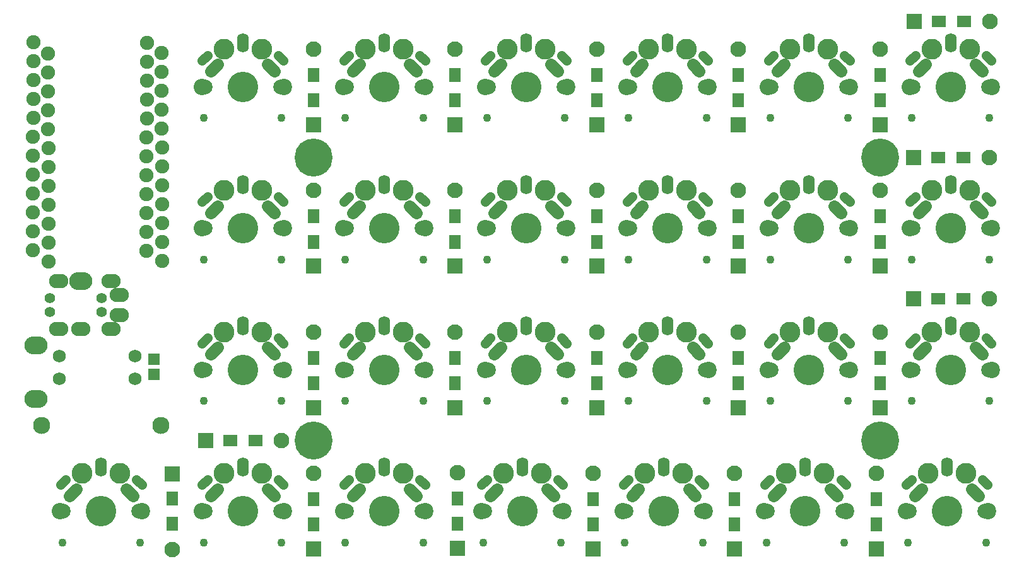
<source format=gbs>
G04 #@! TF.FileFunction,Soldermask,Bot*
%FSLAX46Y46*%
G04 Gerber Fmt 4.6, Leading zero omitted, Abs format (unit mm)*
G04 Created by KiCad (PCBNEW 4.0.7) date *
%MOMM*%
%LPD*%
G01*
G04 APERTURE LIST*
%ADD10C,0.100000*%
%ADD11R,1.624000X1.624000*%
%ADD12O,2.600000X1.900000*%
%ADD13C,1.400000*%
%ADD14O,3.100000X2.400000*%
%ADD15C,1.900000*%
%ADD16C,1.751000*%
%ADD17C,5.100000*%
%ADD18C,2.300000*%
%ADD19C,1.100000*%
%ADD20O,1.600000X2.600000*%
%ADD21C,1.300000*%
%ADD22C,2.200000*%
%ADD23C,1.600000*%
%ADD24C,4.100000*%
%ADD25C,2.010000*%
%ADD26C,2.800000*%
%ADD27R,1.600000X1.900000*%
%ADD28C,2.098980*%
%ADD29R,2.098980X2.098980*%
%ADD30R,1.900000X1.600000*%
G04 APERTURE END LIST*
D10*
D11*
X117600000Y-103600000D03*
X117600000Y-101600000D03*
D12*
X107800000Y-97550000D03*
X104800000Y-97550000D03*
X111800000Y-97550000D03*
X112900000Y-92950000D03*
D13*
X110600000Y-95250000D03*
X103600000Y-95250000D03*
X103600000Y-93350000D03*
X110600000Y-93350000D03*
D12*
X112900000Y-95650000D03*
X111800000Y-91050000D03*
X104800000Y-91050000D03*
D14*
X107800000Y-91050000D03*
D15*
X103410000Y-88430000D03*
X103410000Y-85890000D03*
X103410000Y-83350000D03*
X103410000Y-80810000D03*
X103410000Y-78270000D03*
X103410000Y-75730000D03*
X103410000Y-73190000D03*
X103380000Y-70650000D03*
X103380000Y-68110000D03*
X103380000Y-65570000D03*
X103380000Y-63030000D03*
X103380000Y-60490000D03*
X118620000Y-60430000D03*
X118620000Y-62970000D03*
X118620000Y-65510000D03*
X118620000Y-68050000D03*
X118620000Y-70590000D03*
X118650000Y-73130000D03*
X118650000Y-75670000D03*
X118650000Y-78210000D03*
X118650000Y-80750000D03*
X118650000Y-83290000D03*
X118650000Y-85830000D03*
X118650000Y-88370000D03*
D14*
X101750000Y-99700000D03*
X101750000Y-106900000D03*
D16*
X115080000Y-104200000D03*
X104920000Y-104200000D03*
X115080000Y-101200000D03*
X104920000Y-101200000D03*
D17*
X139000000Y-74500000D03*
X139000000Y-112500000D03*
X215000000Y-74500000D03*
X215000000Y-112500000D03*
D15*
X116590000Y-87030000D03*
X116590000Y-84490000D03*
X116590000Y-81950000D03*
X116590000Y-79410000D03*
X116590000Y-76870000D03*
X116590000Y-74330000D03*
X116590000Y-71790000D03*
X116620000Y-69250000D03*
X116620000Y-66710000D03*
X116620000Y-64170000D03*
X116620000Y-61630000D03*
X116620000Y-59090000D03*
X101380000Y-59030000D03*
X101380000Y-61570000D03*
X101380000Y-64110000D03*
X101380000Y-66650000D03*
X101380000Y-69190000D03*
X101350000Y-71730000D03*
X101350000Y-74270000D03*
X101350000Y-76810000D03*
X101350000Y-79350000D03*
X101350000Y-81890000D03*
X101350000Y-84430000D03*
X101350000Y-86970000D03*
D18*
X102500000Y-110500000D03*
X118500000Y-110500000D03*
D19*
X134720000Y-69200000D03*
D20*
X129500000Y-59100000D03*
D21*
X134246447Y-60746447D02*
X134953553Y-61453553D01*
X124046447Y-61453553D02*
X124753553Y-60746447D01*
D22*
X135000000Y-65000000D03*
X124000000Y-65000000D03*
D23*
X125230381Y-62919619D02*
X126149619Y-62000381D01*
D24*
X129500000Y-65000000D03*
D25*
X124420000Y-65000000D03*
X134580000Y-65000000D03*
D23*
X132850381Y-62000381D02*
X133769619Y-62919619D01*
D26*
X126960000Y-59920000D03*
X132040000Y-59920000D03*
D19*
X124280000Y-69200000D03*
X229220000Y-126200000D03*
D20*
X224000000Y-116100000D03*
D21*
X228746447Y-117746447D02*
X229453553Y-118453553D01*
X218546447Y-118453553D02*
X219253553Y-117746447D01*
D22*
X229500000Y-122000000D03*
X218500000Y-122000000D03*
D23*
X219730381Y-119919619D02*
X220649619Y-119000381D01*
D24*
X224000000Y-122000000D03*
D25*
X218920000Y-122000000D03*
X229080000Y-122000000D03*
D23*
X227350381Y-119000381D02*
X228269619Y-119919619D01*
D26*
X221460000Y-116920000D03*
X226540000Y-116920000D03*
D19*
X218780000Y-126200000D03*
X210220000Y-126200000D03*
D20*
X205000000Y-116100000D03*
D21*
X209746447Y-117746447D02*
X210453553Y-118453553D01*
X199546447Y-118453553D02*
X200253553Y-117746447D01*
D22*
X210500000Y-122000000D03*
X199500000Y-122000000D03*
D23*
X200730381Y-119919619D02*
X201649619Y-119000381D01*
D24*
X205000000Y-122000000D03*
D25*
X199920000Y-122000000D03*
X210080000Y-122000000D03*
D23*
X208350381Y-119000381D02*
X209269619Y-119919619D01*
D26*
X202460000Y-116920000D03*
X207540000Y-116920000D03*
D19*
X199780000Y-126200000D03*
X191220000Y-126200000D03*
D20*
X186000000Y-116100000D03*
D21*
X190746447Y-117746447D02*
X191453553Y-118453553D01*
X180546447Y-118453553D02*
X181253553Y-117746447D01*
D22*
X191500000Y-122000000D03*
X180500000Y-122000000D03*
D23*
X181730381Y-119919619D02*
X182649619Y-119000381D01*
D24*
X186000000Y-122000000D03*
D25*
X180920000Y-122000000D03*
X191080000Y-122000000D03*
D23*
X189350381Y-119000381D02*
X190269619Y-119919619D01*
D26*
X183460000Y-116920000D03*
X188540000Y-116920000D03*
D19*
X180780000Y-126200000D03*
X172220000Y-126200000D03*
D20*
X167000000Y-116100000D03*
D21*
X171746447Y-117746447D02*
X172453553Y-118453553D01*
X161546447Y-118453553D02*
X162253553Y-117746447D01*
D22*
X172500000Y-122000000D03*
X161500000Y-122000000D03*
D23*
X162730381Y-119919619D02*
X163649619Y-119000381D01*
D24*
X167000000Y-122000000D03*
D25*
X161920000Y-122000000D03*
X172080000Y-122000000D03*
D23*
X170350381Y-119000381D02*
X171269619Y-119919619D01*
D26*
X164460000Y-116920000D03*
X169540000Y-116920000D03*
D19*
X161780000Y-126200000D03*
X153720000Y-126200000D03*
D20*
X148500000Y-116100000D03*
D21*
X153246447Y-117746447D02*
X153953553Y-118453553D01*
X143046447Y-118453553D02*
X143753553Y-117746447D01*
D22*
X154000000Y-122000000D03*
X143000000Y-122000000D03*
D23*
X144230381Y-119919619D02*
X145149619Y-119000381D01*
D24*
X148500000Y-122000000D03*
D25*
X143420000Y-122000000D03*
X153580000Y-122000000D03*
D23*
X151850381Y-119000381D02*
X152769619Y-119919619D01*
D26*
X145960000Y-116920000D03*
X151040000Y-116920000D03*
D19*
X143280000Y-126200000D03*
X134720000Y-126200000D03*
D20*
X129500000Y-116100000D03*
D21*
X134246447Y-117746447D02*
X134953553Y-118453553D01*
X124046447Y-118453553D02*
X124753553Y-117746447D01*
D22*
X135000000Y-122000000D03*
X124000000Y-122000000D03*
D23*
X125230381Y-119919619D02*
X126149619Y-119000381D01*
D24*
X129500000Y-122000000D03*
D25*
X124420000Y-122000000D03*
X134580000Y-122000000D03*
D23*
X132850381Y-119000381D02*
X133769619Y-119919619D01*
D26*
X126960000Y-116920000D03*
X132040000Y-116920000D03*
D19*
X124280000Y-126200000D03*
X115720000Y-126200000D03*
D20*
X110500000Y-116100000D03*
D21*
X115246447Y-117746447D02*
X115953553Y-118453553D01*
X105046447Y-118453553D02*
X105753553Y-117746447D01*
D22*
X116000000Y-122000000D03*
X105000000Y-122000000D03*
D23*
X106230381Y-119919619D02*
X107149619Y-119000381D01*
D24*
X110500000Y-122000000D03*
D25*
X105420000Y-122000000D03*
X115580000Y-122000000D03*
D23*
X113850381Y-119000381D02*
X114769619Y-119919619D01*
D26*
X107960000Y-116920000D03*
X113040000Y-116920000D03*
D19*
X105280000Y-126200000D03*
X229720000Y-107200000D03*
D20*
X224500000Y-97100000D03*
D21*
X229246447Y-98746447D02*
X229953553Y-99453553D01*
X219046447Y-99453553D02*
X219753553Y-98746447D01*
D22*
X230000000Y-103000000D03*
X219000000Y-103000000D03*
D23*
X220230381Y-100919619D02*
X221149619Y-100000381D01*
D24*
X224500000Y-103000000D03*
D25*
X219420000Y-103000000D03*
X229580000Y-103000000D03*
D23*
X227850381Y-100000381D02*
X228769619Y-100919619D01*
D26*
X221960000Y-97920000D03*
X227040000Y-97920000D03*
D19*
X219280000Y-107200000D03*
X210720000Y-107200000D03*
D20*
X205500000Y-97100000D03*
D21*
X210246447Y-98746447D02*
X210953553Y-99453553D01*
X200046447Y-99453553D02*
X200753553Y-98746447D01*
D22*
X211000000Y-103000000D03*
X200000000Y-103000000D03*
D23*
X201230381Y-100919619D02*
X202149619Y-100000381D01*
D24*
X205500000Y-103000000D03*
D25*
X200420000Y-103000000D03*
X210580000Y-103000000D03*
D23*
X208850381Y-100000381D02*
X209769619Y-100919619D01*
D26*
X202960000Y-97920000D03*
X208040000Y-97920000D03*
D19*
X200280000Y-107200000D03*
X191720000Y-107200000D03*
D20*
X186500000Y-97100000D03*
D21*
X191246447Y-98746447D02*
X191953553Y-99453553D01*
X181046447Y-99453553D02*
X181753553Y-98746447D01*
D22*
X192000000Y-103000000D03*
X181000000Y-103000000D03*
D23*
X182230381Y-100919619D02*
X183149619Y-100000381D01*
D24*
X186500000Y-103000000D03*
D25*
X181420000Y-103000000D03*
X191580000Y-103000000D03*
D23*
X189850381Y-100000381D02*
X190769619Y-100919619D01*
D26*
X183960000Y-97920000D03*
X189040000Y-97920000D03*
D19*
X181280000Y-107200000D03*
X172720000Y-107200000D03*
D20*
X167500000Y-97100000D03*
D21*
X172246447Y-98746447D02*
X172953553Y-99453553D01*
X162046447Y-99453553D02*
X162753553Y-98746447D01*
D22*
X173000000Y-103000000D03*
X162000000Y-103000000D03*
D23*
X163230381Y-100919619D02*
X164149619Y-100000381D01*
D24*
X167500000Y-103000000D03*
D25*
X162420000Y-103000000D03*
X172580000Y-103000000D03*
D23*
X170850381Y-100000381D02*
X171769619Y-100919619D01*
D26*
X164960000Y-97920000D03*
X170040000Y-97920000D03*
D19*
X162280000Y-107200000D03*
X153720000Y-107200000D03*
D20*
X148500000Y-97100000D03*
D21*
X153246447Y-98746447D02*
X153953553Y-99453553D01*
X143046447Y-99453553D02*
X143753553Y-98746447D01*
D22*
X154000000Y-103000000D03*
X143000000Y-103000000D03*
D23*
X144230381Y-100919619D02*
X145149619Y-100000381D01*
D24*
X148500000Y-103000000D03*
D25*
X143420000Y-103000000D03*
X153580000Y-103000000D03*
D23*
X151850381Y-100000381D02*
X152769619Y-100919619D01*
D26*
X145960000Y-97920000D03*
X151040000Y-97920000D03*
D19*
X143280000Y-107200000D03*
X134720000Y-107200000D03*
D20*
X129500000Y-97100000D03*
D21*
X134246447Y-98746447D02*
X134953553Y-99453553D01*
X124046447Y-99453553D02*
X124753553Y-98746447D01*
D22*
X135000000Y-103000000D03*
X124000000Y-103000000D03*
D23*
X125230381Y-100919619D02*
X126149619Y-100000381D01*
D24*
X129500000Y-103000000D03*
D25*
X124420000Y-103000000D03*
X134580000Y-103000000D03*
D23*
X132850381Y-100000381D02*
X133769619Y-100919619D01*
D26*
X126960000Y-97920000D03*
X132040000Y-97920000D03*
D19*
X124280000Y-107200000D03*
X229720000Y-88200000D03*
D20*
X224500000Y-78100000D03*
D21*
X229246447Y-79746447D02*
X229953553Y-80453553D01*
X219046447Y-80453553D02*
X219753553Y-79746447D01*
D22*
X230000000Y-84000000D03*
X219000000Y-84000000D03*
D23*
X220230381Y-81919619D02*
X221149619Y-81000381D01*
D24*
X224500000Y-84000000D03*
D25*
X219420000Y-84000000D03*
X229580000Y-84000000D03*
D23*
X227850381Y-81000381D02*
X228769619Y-81919619D01*
D26*
X221960000Y-78920000D03*
X227040000Y-78920000D03*
D19*
X219280000Y-88200000D03*
X210720000Y-88200000D03*
D20*
X205500000Y-78100000D03*
D21*
X210246447Y-79746447D02*
X210953553Y-80453553D01*
X200046447Y-80453553D02*
X200753553Y-79746447D01*
D22*
X211000000Y-84000000D03*
X200000000Y-84000000D03*
D23*
X201230381Y-81919619D02*
X202149619Y-81000381D01*
D24*
X205500000Y-84000000D03*
D25*
X200420000Y-84000000D03*
X210580000Y-84000000D03*
D23*
X208850381Y-81000381D02*
X209769619Y-81919619D01*
D26*
X202960000Y-78920000D03*
X208040000Y-78920000D03*
D19*
X200280000Y-88200000D03*
X191720000Y-88200000D03*
D20*
X186500000Y-78100000D03*
D21*
X191246447Y-79746447D02*
X191953553Y-80453553D01*
X181046447Y-80453553D02*
X181753553Y-79746447D01*
D22*
X192000000Y-84000000D03*
X181000000Y-84000000D03*
D23*
X182230381Y-81919619D02*
X183149619Y-81000381D01*
D24*
X186500000Y-84000000D03*
D25*
X181420000Y-84000000D03*
X191580000Y-84000000D03*
D23*
X189850381Y-81000381D02*
X190769619Y-81919619D01*
D26*
X183960000Y-78920000D03*
X189040000Y-78920000D03*
D19*
X181280000Y-88200000D03*
X172720000Y-88200000D03*
D20*
X167500000Y-78100000D03*
D21*
X172246447Y-79746447D02*
X172953553Y-80453553D01*
X162046447Y-80453553D02*
X162753553Y-79746447D01*
D22*
X173000000Y-84000000D03*
X162000000Y-84000000D03*
D23*
X163230381Y-81919619D02*
X164149619Y-81000381D01*
D24*
X167500000Y-84000000D03*
D25*
X162420000Y-84000000D03*
X172580000Y-84000000D03*
D23*
X170850381Y-81000381D02*
X171769619Y-81919619D01*
D26*
X164960000Y-78920000D03*
X170040000Y-78920000D03*
D19*
X162280000Y-88200000D03*
X153720000Y-88200000D03*
D20*
X148500000Y-78100000D03*
D21*
X153246447Y-79746447D02*
X153953553Y-80453553D01*
X143046447Y-80453553D02*
X143753553Y-79746447D01*
D22*
X154000000Y-84000000D03*
X143000000Y-84000000D03*
D23*
X144230381Y-81919619D02*
X145149619Y-81000381D01*
D24*
X148500000Y-84000000D03*
D25*
X143420000Y-84000000D03*
X153580000Y-84000000D03*
D23*
X151850381Y-81000381D02*
X152769619Y-81919619D01*
D26*
X145960000Y-78920000D03*
X151040000Y-78920000D03*
D19*
X143280000Y-88200000D03*
X134720000Y-88200000D03*
D20*
X129500000Y-78100000D03*
D21*
X134246447Y-79746447D02*
X134953553Y-80453553D01*
X124046447Y-80453553D02*
X124753553Y-79746447D01*
D22*
X135000000Y-84000000D03*
X124000000Y-84000000D03*
D23*
X125230381Y-81919619D02*
X126149619Y-81000381D01*
D24*
X129500000Y-84000000D03*
D25*
X124420000Y-84000000D03*
X134580000Y-84000000D03*
D23*
X132850381Y-81000381D02*
X133769619Y-81919619D01*
D26*
X126960000Y-78920000D03*
X132040000Y-78920000D03*
D19*
X124280000Y-88200000D03*
X210720000Y-69200000D03*
D20*
X205500000Y-59100000D03*
D21*
X210246447Y-60746447D02*
X210953553Y-61453553D01*
X200046447Y-61453553D02*
X200753553Y-60746447D01*
D22*
X211000000Y-65000000D03*
X200000000Y-65000000D03*
D23*
X201230381Y-62919619D02*
X202149619Y-62000381D01*
D24*
X205500000Y-65000000D03*
D25*
X200420000Y-65000000D03*
X210580000Y-65000000D03*
D23*
X208850381Y-62000381D02*
X209769619Y-62919619D01*
D26*
X202960000Y-59920000D03*
X208040000Y-59920000D03*
D19*
X200280000Y-69200000D03*
X191720000Y-69200000D03*
D20*
X186500000Y-59100000D03*
D21*
X191246447Y-60746447D02*
X191953553Y-61453553D01*
X181046447Y-61453553D02*
X181753553Y-60746447D01*
D22*
X192000000Y-65000000D03*
X181000000Y-65000000D03*
D23*
X182230381Y-62919619D02*
X183149619Y-62000381D01*
D24*
X186500000Y-65000000D03*
D25*
X181420000Y-65000000D03*
X191580000Y-65000000D03*
D23*
X189850381Y-62000381D02*
X190769619Y-62919619D01*
D26*
X183960000Y-59920000D03*
X189040000Y-59920000D03*
D19*
X181280000Y-69200000D03*
X172720000Y-69200000D03*
D20*
X167500000Y-59100000D03*
D21*
X172246447Y-60746447D02*
X172953553Y-61453553D01*
X162046447Y-61453553D02*
X162753553Y-60746447D01*
D22*
X173000000Y-65000000D03*
X162000000Y-65000000D03*
D23*
X163230381Y-62919619D02*
X164149619Y-62000381D01*
D24*
X167500000Y-65000000D03*
D25*
X162420000Y-65000000D03*
X172580000Y-65000000D03*
D23*
X170850381Y-62000381D02*
X171769619Y-62919619D01*
D26*
X164960000Y-59920000D03*
X170040000Y-59920000D03*
D19*
X162280000Y-69200000D03*
X153720000Y-69200000D03*
D20*
X148500000Y-59100000D03*
D21*
X153246447Y-60746447D02*
X153953553Y-61453553D01*
X143046447Y-61453553D02*
X143753553Y-60746447D01*
D22*
X154000000Y-65000000D03*
X143000000Y-65000000D03*
D23*
X144230381Y-62919619D02*
X145149619Y-62000381D01*
D24*
X148500000Y-65000000D03*
D25*
X143420000Y-65000000D03*
X153580000Y-65000000D03*
D23*
X151850381Y-62000381D02*
X152769619Y-62919619D01*
D26*
X145960000Y-59920000D03*
X151040000Y-59920000D03*
D19*
X143280000Y-69200000D03*
X229720000Y-69200000D03*
D20*
X224500000Y-59100000D03*
D21*
X229246447Y-60746447D02*
X229953553Y-61453553D01*
X219046447Y-61453553D02*
X219753553Y-60746447D01*
D22*
X230000000Y-65000000D03*
X219000000Y-65000000D03*
D23*
X220230381Y-62919619D02*
X221149619Y-62000381D01*
D24*
X224500000Y-65000000D03*
D25*
X219420000Y-65000000D03*
X229580000Y-65000000D03*
D23*
X227850381Y-62000381D02*
X228769619Y-62919619D01*
D26*
X221960000Y-59920000D03*
X227040000Y-59920000D03*
D19*
X219280000Y-69200000D03*
D27*
X215000000Y-82400000D03*
X215000000Y-85800000D03*
D28*
X214997460Y-78940000D03*
D29*
X214997460Y-89100000D03*
D27*
X214500000Y-120400000D03*
X214500000Y-123800000D03*
D28*
X214497460Y-116940000D03*
D29*
X214497460Y-127100000D03*
D30*
X226200000Y-93500000D03*
X222800000Y-93500000D03*
D28*
X229660000Y-93497460D03*
D29*
X219500000Y-93497460D03*
D30*
X226200000Y-74500000D03*
X222800000Y-74500000D03*
D28*
X229660000Y-74497460D03*
D29*
X219500000Y-74497460D03*
D30*
X226300000Y-56200000D03*
X222900000Y-56200000D03*
D28*
X229760000Y-56197460D03*
D29*
X219600000Y-56197460D03*
D27*
X195500000Y-120400000D03*
X195500000Y-123800000D03*
D28*
X195497460Y-116940000D03*
D29*
X195497460Y-127100000D03*
D27*
X215000000Y-101400000D03*
X215000000Y-104800000D03*
D28*
X214997460Y-97940000D03*
D29*
X214997460Y-108100000D03*
D27*
X176500000Y-120400000D03*
X176500000Y-123800000D03*
D28*
X176497460Y-116940000D03*
D29*
X176497460Y-127100000D03*
D27*
X196000000Y-101400000D03*
X196000000Y-104800000D03*
D28*
X195997460Y-97940000D03*
D29*
X195997460Y-108100000D03*
D27*
X196000000Y-82400000D03*
X196000000Y-85800000D03*
D28*
X195997460Y-78940000D03*
D29*
X195997460Y-89100000D03*
D27*
X196000000Y-63400000D03*
X196000000Y-66800000D03*
D28*
X195997460Y-59940000D03*
D29*
X195997460Y-70100000D03*
D27*
X158300000Y-120300000D03*
X158300000Y-123700000D03*
D28*
X158297460Y-116840000D03*
D29*
X158297460Y-127000000D03*
D27*
X177000000Y-101400000D03*
X177000000Y-104800000D03*
D28*
X176997460Y-97940000D03*
D29*
X176997460Y-108100000D03*
D27*
X177000000Y-82400000D03*
X177000000Y-85800000D03*
D28*
X176997460Y-78940000D03*
D29*
X176997460Y-89100000D03*
D27*
X177000000Y-63400000D03*
X177000000Y-66800000D03*
D28*
X176997460Y-59940000D03*
D29*
X176997460Y-70100000D03*
D27*
X139000000Y-120400000D03*
X139000000Y-123800000D03*
D28*
X138997460Y-116940000D03*
D29*
X138997460Y-127100000D03*
D27*
X158000000Y-101400000D03*
X158000000Y-104800000D03*
D28*
X157997460Y-97940000D03*
D29*
X157997460Y-108100000D03*
D27*
X158000000Y-82400000D03*
X158000000Y-85800000D03*
D28*
X157997460Y-78940000D03*
D29*
X157997460Y-89100000D03*
D27*
X158000000Y-63400000D03*
X158000000Y-66800000D03*
D28*
X157997460Y-59940000D03*
D29*
X157997460Y-70100000D03*
D30*
X131200000Y-112500000D03*
X127800000Y-112500000D03*
D28*
X134660000Y-112497460D03*
D29*
X124500000Y-112497460D03*
D27*
X139000000Y-101400000D03*
X139000000Y-104800000D03*
D28*
X138997460Y-97940000D03*
D29*
X138997460Y-108100000D03*
D27*
X139000000Y-82400000D03*
X139000000Y-85800000D03*
D28*
X138997460Y-78940000D03*
D29*
X138997460Y-89100000D03*
D27*
X120000000Y-123700000D03*
X120000000Y-120300000D03*
D28*
X120002540Y-127160000D03*
D29*
X120002540Y-117000000D03*
D27*
X139000000Y-63400000D03*
X139000000Y-66800000D03*
D28*
X138997460Y-59940000D03*
D29*
X138997460Y-70100000D03*
D27*
X215000000Y-63400000D03*
X215000000Y-66800000D03*
D28*
X214997460Y-59940000D03*
D29*
X214997460Y-70100000D03*
M02*

</source>
